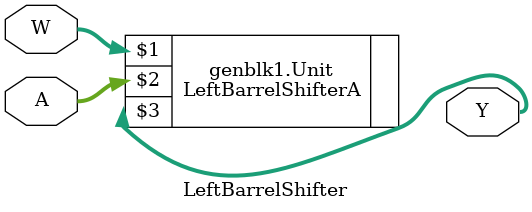
<source format=v>
`timescale 1ns / 1ps

module LeftBarrelShifter #
(
    parameter type = 0,
    parameter width = 32
)
(
    input  wire [$clog2(width) - 1 : 0] W,
    input  wire [width         - 1 : 0] A,
    output wire [width         - 1 : 0] Y
);

generate
    if(type)
    begin
        LeftBarrelShifterB #(width) Unit (W, A, Y);
    end
    else
    begin
        LeftBarrelShifterA #(width) Unit (W, A, Y);
    end
endgenerate

endmodule
</source>
